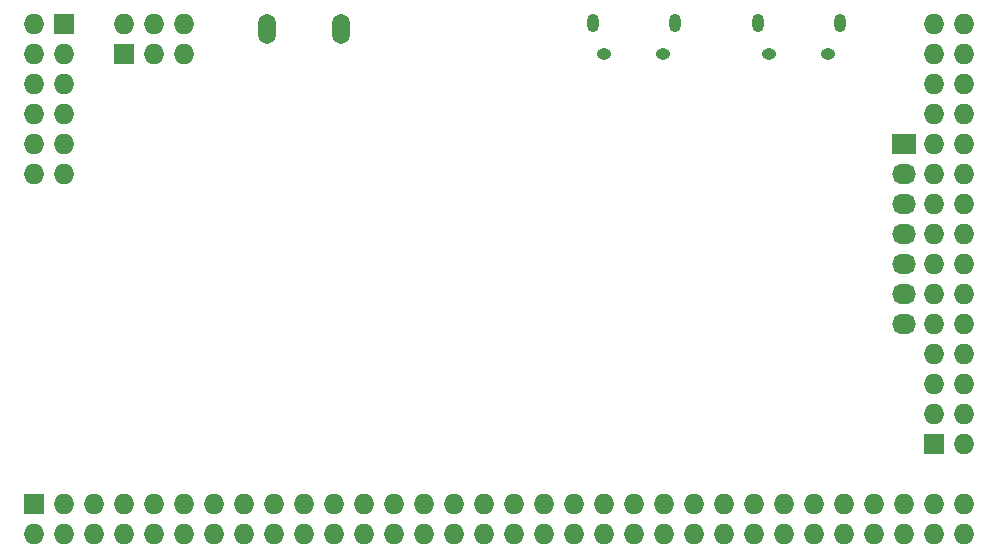
<source format=gbr>
G04 #@! TF.FileFunction,Copper,L3,Inr,Signal*
%FSLAX46Y46*%
G04 Gerber Fmt 4.6, Leading zero omitted, Abs format (unit mm)*
G04 Created by KiCad (PCBNEW 4.0.5+dfsg1-4) date Sun Mar 26 16:44:12 2017*
%MOMM*%
%LPD*%
G01*
G04 APERTURE LIST*
%ADD10C,0.100000*%
%ADD11O,1.500000X2.550000*%
%ADD12O,1.250000X0.950000*%
%ADD13O,1.000000X1.550000*%
%ADD14R,1.727200X1.727200*%
%ADD15O,1.727200X1.727200*%
%ADD16R,2.032000X1.727200*%
%ADD17O,2.032000X1.727200*%
G04 APERTURE END LIST*
D10*
D11*
X116400000Y-64390000D03*
X122600000Y-64390000D03*
D12*
X144940000Y-66580000D03*
X149940000Y-66580000D03*
D13*
X143940000Y-63880000D03*
X150940000Y-63880000D03*
D12*
X158910000Y-66580000D03*
X163910000Y-66580000D03*
D13*
X157910000Y-63880000D03*
X164910000Y-63880000D03*
D14*
X96640000Y-104600000D03*
D15*
X96640000Y-107140000D03*
X99180000Y-104600000D03*
X99180000Y-107140000D03*
X101720000Y-104600000D03*
X101720000Y-107140000D03*
X104260000Y-104600000D03*
X104260000Y-107140000D03*
X106800000Y-104600000D03*
X106800000Y-107140000D03*
X109340000Y-104600000D03*
X109340000Y-107140000D03*
X111880000Y-104600000D03*
X111880000Y-107140000D03*
X114420000Y-104600000D03*
X114420000Y-107140000D03*
X116960000Y-104600000D03*
X116960000Y-107140000D03*
X119500000Y-104600000D03*
X119500000Y-107140000D03*
X122040000Y-104600000D03*
X122040000Y-107140000D03*
X124580000Y-104600000D03*
X124580000Y-107140000D03*
X127120000Y-104600000D03*
X127120000Y-107140000D03*
X129660000Y-104600000D03*
X129660000Y-107140000D03*
X132200000Y-104600000D03*
X132200000Y-107140000D03*
X134740000Y-104600000D03*
X134740000Y-107140000D03*
X137280000Y-104600000D03*
X137280000Y-107140000D03*
X139820000Y-104600000D03*
X139820000Y-107140000D03*
X142360000Y-104600000D03*
X142360000Y-107140000D03*
X144900000Y-104600000D03*
X144900000Y-107140000D03*
X147440000Y-104600000D03*
X147440000Y-107140000D03*
X149980000Y-104600000D03*
X149980000Y-107140000D03*
X152520000Y-104600000D03*
X152520000Y-107140000D03*
X155060000Y-104600000D03*
X155060000Y-107140000D03*
X157600000Y-104600000D03*
X157600000Y-107140000D03*
X160140000Y-104600000D03*
X160140000Y-107140000D03*
X162680000Y-104600000D03*
X162680000Y-107140000D03*
X165220000Y-104600000D03*
X165220000Y-107140000D03*
X167760000Y-104600000D03*
X167760000Y-107140000D03*
X170300000Y-104600000D03*
X170300000Y-107140000D03*
X172840000Y-104600000D03*
X172840000Y-107140000D03*
X175380000Y-104600000D03*
X175380000Y-107140000D03*
D14*
X172840000Y-99520000D03*
D15*
X175380000Y-99520000D03*
X172840000Y-96980000D03*
X175380000Y-96980000D03*
X172840000Y-94440000D03*
X175380000Y-94440000D03*
X172840000Y-91900000D03*
X175380000Y-91900000D03*
X172840000Y-89360000D03*
X175380000Y-89360000D03*
X172840000Y-86820000D03*
X175380000Y-86820000D03*
X172840000Y-84280000D03*
X175380000Y-84280000D03*
X172840000Y-81740000D03*
X175380000Y-81740000D03*
X172840000Y-79200000D03*
X175380000Y-79200000D03*
X172840000Y-76660000D03*
X175380000Y-76660000D03*
X172840000Y-74120000D03*
X175380000Y-74120000D03*
X172840000Y-71580000D03*
X175380000Y-71580000D03*
X172840000Y-69040000D03*
X175380000Y-69040000D03*
X172840000Y-66500000D03*
X175380000Y-66500000D03*
X172840000Y-63960000D03*
X175380000Y-63960000D03*
D14*
X99180000Y-63960000D03*
D15*
X96640000Y-63960000D03*
X99180000Y-66500000D03*
X96640000Y-66500000D03*
X99180000Y-69040000D03*
X96640000Y-69040000D03*
X99180000Y-71580000D03*
X96640000Y-71580000D03*
X99180000Y-74120000D03*
X96640000Y-74120000D03*
X99180000Y-76660000D03*
X96640000Y-76660000D03*
D14*
X104260000Y-66500000D03*
D15*
X104260000Y-63960000D03*
X106800000Y-66500000D03*
X106800000Y-63960000D03*
X109340000Y-66500000D03*
X109340000Y-63960000D03*
D16*
X170300000Y-74120000D03*
D17*
X170300000Y-76660000D03*
X170300000Y-79200000D03*
X170300000Y-81740000D03*
X170300000Y-84280000D03*
X170300000Y-86820000D03*
X170300000Y-89360000D03*
M02*

</source>
